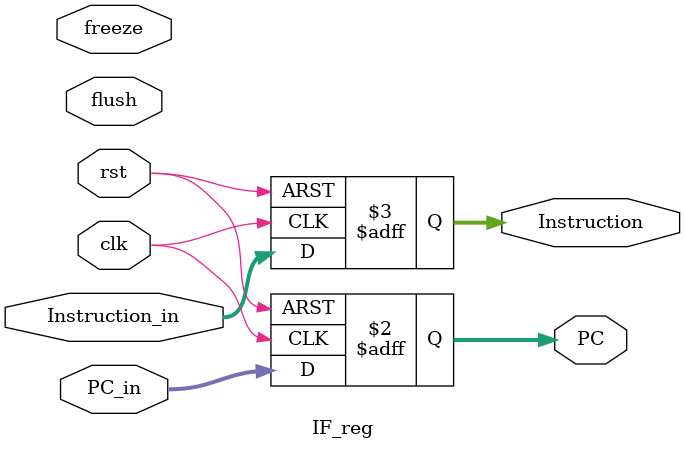
<source format=v>
module IF_reg(input clk,rst,freeze,flush, input[31:0] PC_in,Instruction_in ,output reg [31:0] PC,Instruction );
	always @(posedge clk,posedge rst)begin
		if(rst)begin
		PC<= 32'b0;
		Instruction<=32'b0;
		end
		else begin
		PC<=PC_in;
		Instruction<=Instruction_in;
		end
	end
endmodule

</source>
